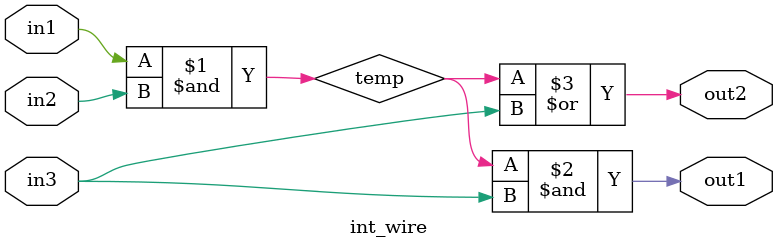
<source format=v>
module int_wire(
    in1, in2, in3,
    out1, out2
);

//declare inputs and outputs
input in1, in2, in3;
output out1, out2;

//Combinatorial Logic
wire temp;
assign temp = in1 & in2;
assign out1 = temp & in3;
assign out2 = temp | in3;

endmodule

</source>
